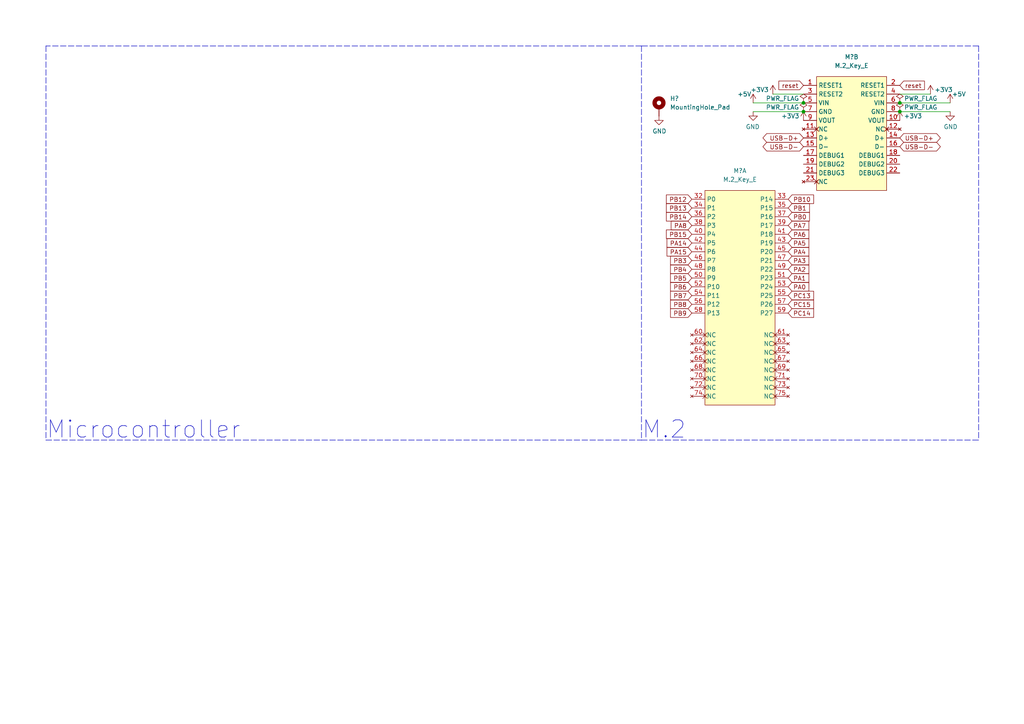
<source format=kicad_sch>
(kicad_sch (version 20211123) (generator eeschema)
  (paper "A4")
  (lib_symbols
    (symbol "M.2_Key_E_1"
      (property "Reference" "M?" (at 0 5.08 0))
      (property "Value" "M.2_Key_E_1" (at 0 2.54 0))
      (symbol "M.2_Key_E_1_1_1"
        (rectangle (start -10.16 0) (end 10.16 -62.23) (stroke (width 0.1524)) (fill (type background)))
        (pin bidirectional line (at -13.97 -2.54 0) (length 3.81) (name "P0") (number "32"))
        (pin bidirectional line (at 13.97 -2.54 180) (length 3.81) (name "P14") (number "33"))
        (pin bidirectional line (at -13.97 -5.08 0) (length 3.81) (name "P1") (number "34"))
        (pin bidirectional line (at 13.97 -5.08 180) (length 3.81) (name "P15") (number "35"))
        (pin bidirectional line (at -13.97 -7.62 0) (length 3.81) (name "P2") (number "36"))
        (pin bidirectional line (at 13.97 -7.62 180) (length 3.81) (name "P16") (number "37"))
        (pin bidirectional line (at -13.97 -10.16 0) (length 3.81) (name "P3") (number "38"))
        (pin bidirectional line (at 13.97 -10.16 180) (length 3.81) (name "P17") (number "39"))
        (pin bidirectional line (at -13.97 -12.7 0) (length 3.81) (name "P4") (number "40"))
        (pin bidirectional line (at 13.97 -12.7 180) (length 3.81) (name "P18") (number "41"))
        (pin bidirectional line (at -13.97 -15.24 0) (length 3.81) (name "P5") (number "42"))
        (pin bidirectional line (at 13.97 -15.24 180) (length 3.81) (name "P19") (number "43"))
        (pin bidirectional line (at -13.97 -17.78 0) (length 3.81) (name "P6") (number "44"))
        (pin bidirectional line (at 13.97 -17.78 180) (length 3.81) (name "P20") (number "45"))
        (pin bidirectional line (at -13.97 -20.32 0) (length 3.81) (name "P7") (number "46"))
        (pin bidirectional line (at 13.97 -20.32 180) (length 3.81) (name "P21") (number "47"))
        (pin bidirectional line (at -13.97 -22.86 0) (length 3.81) (name "P8") (number "48"))
        (pin bidirectional line (at 13.97 -22.86 180) (length 3.81) (name "P22") (number "49"))
        (pin bidirectional line (at -13.97 -25.4 0) (length 3.81) (name "P9") (number "50"))
        (pin bidirectional line (at 13.97 -25.4 180) (length 3.81) (name "P23") (number "51"))
        (pin bidirectional line (at -13.97 -27.94 0) (length 3.81) (name "P10") (number "52"))
        (pin bidirectional line (at 13.97 -27.94 180) (length 3.81) (name "P24") (number "53"))
        (pin bidirectional line (at -13.97 -30.48 0) (length 3.81) (name "P11") (number "54"))
        (pin bidirectional line (at 13.97 -30.48 180) (length 3.81) (name "P25") (number "55"))
        (pin bidirectional line (at -13.97 -33.02 0) (length 3.81) (name "P12") (number "56"))
        (pin bidirectional line (at 13.97 -33.02 180) (length 3.81) (name "P26") (number "57"))
        (pin bidirectional line (at -13.97 -35.56 0) (length 3.81) (name "P13") (number "58"))
        (pin bidirectional line (at 13.97 -35.56 180) (length 3.81) (name "P27") (number "59"))
        (pin no_connect non_logic (at -13.97 -41.91 0) (length 3.81) (name "NC") (number "60"))
        (pin no_connect non_logic (at 13.97 -41.91 180) (length 3.81) (name "NC") (number "61"))
        (pin no_connect non_logic (at -13.97 -44.45 0) (length 3.81) (name "NC") (number "62"))
        (pin no_connect non_logic (at 13.97 -44.45 180) (length 3.81) (name "NC") (number "63"))
        (pin no_connect non_logic (at -13.97 -46.99 0) (length 3.81) (name "NC") (number "64"))
        (pin no_connect non_logic (at 13.97 -46.99 180) (length 3.81) (name "NC") (number "65"))
        (pin no_connect non_logic (at -13.97 -49.53 0) (length 3.81) (name "NC") (number "66"))
        (pin no_connect non_logic (at 13.97 -49.53 180) (length 3.81) (name "NC") (number "67"))
        (pin no_connect non_logic (at -13.97 -52.07 0) (length 3.81) (name "NC") (number "68"))
        (pin no_connect non_logic (at 13.97 -52.07 180) (length 3.81) (name "NC") (number "69"))
        (pin no_connect non_logic (at -13.97 -54.61 0) (length 3.81) (name "NC") (number "70"))
        (pin no_connect non_logic (at 13.97 -54.61 180) (length 3.81) (name "NC") (number "71"))
        (pin no_connect non_logic (at -13.97 -57.15 0) (length 3.81) (name "NC") (number "72"))
        (pin no_connect non_logic (at 13.97 -57.15 180) (length 3.81) (name "NC") (number "73"))
        (pin no_connect non_logic (at -13.97 -59.69 0) (length 3.81) (name "NC") (number "74"))
        (pin no_connect non_logic (at 13.97 -59.69 180) (length 3.81) (name "NC") (number "75"))
      )
      (symbol "M.2_Key_E_1_2_1"
        (rectangle (start -10.16 0) (end 10.16 -33.02) (stroke (width 0.1524)) (fill (type background)))
        (pin input line (at -13.97 -2.54 0) (length 3.81) (name "RESET1") (number "1"))
        (pin power_out line (at 13.97 -12.7 180) (length 3.81) (name "VOUT") (number "10"))
        (pin no_connect non_logic (at -13.97 -15.24 0) (length 3.81) (name "NC") (number "11"))
        (pin no_connect non_logic (at 13.97 -15.24 180) (length 3.81) (name "NC") (number "12"))
        (pin bidirectional line (at -13.97 -17.78 0) (length 3.81) (name "D+") (number "13"))
        (pin bidirectional line (at 13.97 -17.78 180) (length 3.81) (name "D+") (number "14"))
        (pin bidirectional line (at -13.97 -20.32 0) (length 3.81) (name "D-") (number "15"))
        (pin bidirectional line (at 13.97 -20.32 180) (length 3.81) (name "D-") (number "16"))
        (pin bidirectional line (at -13.97 -22.86 0) (length 3.81) (name "DEBUG1") (number "17"))
        (pin bidirectional line (at 13.97 -22.86 180) (length 3.81) (name "DEBUG1") (number "18"))
        (pin bidirectional line (at -13.97 -25.4 0) (length 3.81) (name "DEBUG2") (number "19"))
        (pin input line (at 13.97 -2.54 180) (length 3.81) (name "RESET1") (number "2"))
        (pin bidirectional line (at 13.97 -25.4 180) (length 3.81) (name "DEBUG2") (number "20"))
        (pin bidirectional line (at -13.97 -27.94 0) (length 3.81) (name "DEBUG3") (number "21"))
        (pin bidirectional line (at 13.97 -27.94 180) (length 3.81) (name "DEBUG3") (number "22"))
        (pin no_connect non_logic (at -13.97 -30.48 0) (length 3.81) (name "NC") (number "23"))
        (pin no_connect non_logic (at 13.97 -30.48 180) (length 3.81) (name "NC") (number "24"))
        (pin output line (at -13.97 -5.08 0) (length 3.81) (name "RESET2") (number "3"))
        (pin output line (at 13.97 -5.08 180) (length 3.81) (name "RESET2") (number "4"))
        (pin power_in line (at -13.97 -7.62 0) (length 3.81) (name "VIN") (number "5"))
        (pin power_in line (at 13.97 -7.62 180) (length 3.81) (name "VIN") (number "6"))
        (pin power_in line (at -13.97 -10.16 0) (length 3.81) (name "GND") (number "7"))
        (pin power_in line (at 13.97 -10.16 180) (length 3.81) (name "GND") (number "8"))
        (pin power_out line (at -13.97 -12.7 0) (length 3.81) (name "VOUT") (number "9"))
      )
    )
    (symbol "Mechanical:MountingHole_Pad" (pin_numbers hide) (pin_names (offset 1.016) hide)
      (property "Reference" "H" (at 0 6.35 0))
      (property "Value" "MountingHole_Pad" (at 0 4.445 0))
      (symbol "MountingHole_Pad_0_1"
        (circle (center 0 1.27) (radius 1.27) (stroke (width 1.27)))
      )
      (symbol "MountingHole_Pad_1_1"
        (pin input line (at 0 -2.54 90) (length 2.54) (name "1") (number "1"))
      )
    )
    (symbol "Power:GND" (power) (pin_names (offset 0))
      (property "Value" "GND" (at 0 -3.81 0))
      (symbol "GND_0_1"
        (polyline (pts (xy 0 0) (xy 0 -1.27) (xy 1.27 -1.27) (xy 0 -2.54) (xy -1.27 -1.27) (xy 0 -1.27)))
      )
      (symbol "GND_1_1"
        (pin power_in line (at 0 0 270) (length 0) hide (name "GND") (number "1"))
      )
    )
    (symbol "m2ngff:M.2_Key_E"
      (property "Reference" "M?" (at 0 5.08 0))
      (property "Value" "M.2_Key_E" (at 0 2.54 0))
      (symbol "M.2_Key_E_1_1"
        (rectangle (start -10.16 0) (end 10.16 -62.23) (stroke (width 0.1524)) (fill (type background)))
        (pin bidirectional line (at -13.97 -2.54 0) (length 3.81) (name "P0") (number "32"))
        (pin bidirectional line (at 13.97 -2.54 180) (length 3.81) (name "P14") (number "33"))
        (pin bidirectional line (at -13.97 -5.08 0) (length 3.81) (name "P1") (number "34"))
        (pin bidirectional line (at 13.97 -5.08 180) (length 3.81) (name "P15") (number "35"))
        (pin bidirectional line (at -13.97 -7.62 0) (length 3.81) (name "P2") (number "36"))
        (pin bidirectional line (at 13.97 -7.62 180) (length 3.81) (name "P16") (number "37"))
        (pin bidirectional line (at -13.97 -10.16 0) (length 3.81) (name "P3") (number "38"))
        (pin bidirectional line (at 13.97 -10.16 180) (length 3.81) (name "P17") (number "39"))
        (pin bidirectional line (at -13.97 -12.7 0) (length 3.81) (name "P4") (number "40"))
        (pin bidirectional line (at 13.97 -12.7 180) (length 3.81) (name "P18") (number "41"))
        (pin bidirectional line (at -13.97 -15.24 0) (length 3.81) (name "P5") (number "42"))
        (pin bidirectional line (at 13.97 -15.24 180) (length 3.81) (name "P19") (number "43"))
        (pin bidirectional line (at -13.97 -17.78 0) (length 3.81) (name "P6") (number "44"))
        (pin bidirectional line (at 13.97 -17.78 180) (length 3.81) (name "P20") (number "45"))
        (pin bidirectional line (at -13.97 -20.32 0) (length 3.81) (name "P7") (number "46"))
        (pin bidirectional line (at 13.97 -20.32 180) (length 3.81) (name "P21") (number "47"))
        (pin bidirectional line (at -13.97 -22.86 0) (length 3.81) (name "P8") (number "48"))
        (pin bidirectional line (at 13.97 -22.86 180) (length 3.81) (name "P22") (number "49"))
        (pin bidirectional line (at -13.97 -25.4 0) (length 3.81) (name "P9") (number "50"))
        (pin bidirectional line (at 13.97 -25.4 180) (length 3.81) (name "P23") (number "51"))
        (pin bidirectional line (at -13.97 -27.94 0) (length 3.81) (name "P10") (number "52"))
        (pin bidirectional line (at 13.97 -27.94 180) (length 3.81) (name "P24") (number "53"))
        (pin bidirectional line (at -13.97 -30.48 0) (length 3.81) (name "P11") (number "54"))
        (pin bidirectional line (at 13.97 -30.48 180) (length 3.81) (name "P25") (number "55"))
        (pin bidirectional line (at -13.97 -33.02 0) (length 3.81) (name "P12") (number "56"))
        (pin bidirectional line (at 13.97 -33.02 180) (length 3.81) (name "P26") (number "57"))
        (pin bidirectional line (at -13.97 -35.56 0) (length 3.81) (name "P13") (number "58"))
        (pin bidirectional line (at 13.97 -35.56 180) (length 3.81) (name "P27") (number "59"))
        (pin no_connect non_logic (at -13.97 -41.91 0) (length 3.81) (name "NC") (number "60"))
        (pin no_connect non_logic (at 13.97 -41.91 180) (length 3.81) (name "NC") (number "61"))
        (pin no_connect non_logic (at -13.97 -44.45 0) (length 3.81) (name "NC") (number "62"))
        (pin no_connect non_logic (at 13.97 -44.45 180) (length 3.81) (name "NC") (number "63"))
        (pin no_connect non_logic (at -13.97 -46.99 0) (length 3.81) (name "NC") (number "64"))
        (pin no_connect non_logic (at 13.97 -46.99 180) (length 3.81) (name "NC") (number "65"))
        (pin no_connect non_logic (at -13.97 -49.53 0) (length 3.81) (name "NC") (number "66"))
        (pin no_connect non_logic (at 13.97 -49.53 180) (length 3.81) (name "NC") (number "67"))
        (pin no_connect non_logic (at -13.97 -52.07 0) (length 3.81) (name "NC") (number "68"))
        (pin no_connect non_logic (at 13.97 -52.07 180) (length 3.81) (name "NC") (number "69"))
        (pin no_connect non_logic (at -13.97 -54.61 0) (length 3.81) (name "NC") (number "70"))
        (pin no_connect non_logic (at 13.97 -54.61 180) (length 3.81) (name "NC") (number "71"))
        (pin no_connect non_logic (at -13.97 -57.15 0) (length 3.81) (name "NC") (number "72"))
        (pin no_connect non_logic (at 13.97 -57.15 180) (length 3.81) (name "NC") (number "73"))
        (pin no_connect non_logic (at -13.97 -59.69 0) (length 3.81) (name "NC") (number "74"))
        (pin no_connect non_logic (at 13.97 -59.69 180) (length 3.81) (name "NC") (number "75"))
      )
      (symbol "M.2_Key_E_2_1"
        (rectangle (start -10.16 0) (end 10.16 -33.02) (stroke (width 0.1524)) (fill (type background)))
        (pin input line (at -13.97 -2.54 0) (length 3.81) (name "RESET1") (number "1"))
        (pin power_out line (at 13.97 -12.7 180) (length 3.81) (name "VOUT") (number "10"))
        (pin no_connect non_logic (at -13.97 -15.24 0) (length 3.81) (name "NC") (number "11"))
        (pin no_connect non_logic (at 13.97 -15.24 180) (length 3.81) (name "NC") (number "12"))
        (pin bidirectional line (at -13.97 -17.78 0) (length 3.81) (name "D+") (number "13"))
        (pin bidirectional line (at 13.97 -17.78 180) (length 3.81) (name "D+") (number "14"))
        (pin bidirectional line (at -13.97 -20.32 0) (length 3.81) (name "D-") (number "15"))
        (pin bidirectional line (at 13.97 -20.32 180) (length 3.81) (name "D-") (number "16"))
        (pin bidirectional line (at -13.97 -22.86 0) (length 3.81) (name "DEBUG1") (number "17"))
        (pin bidirectional line (at 13.97 -22.86 180) (length 3.81) (name "DEBUG1") (number "18"))
        (pin bidirectional line (at -13.97 -25.4 0) (length 3.81) (name "DEBUG2") (number "19"))
        (pin input line (at 13.97 -2.54 180) (length 3.81) (name "RESET1") (number "2"))
        (pin bidirectional line (at 13.97 -25.4 180) (length 3.81) (name "DEBUG2") (number "20"))
        (pin bidirectional line (at -13.97 -27.94 0) (length 3.81) (name "DEBUG3") (number "21"))
        (pin bidirectional line (at 13.97 -27.94 180) (length 3.81) (name "DEBUG3") (number "22"))
        (pin no_connect non_logic (at -13.97 -30.48 0) (length 3.81) (name "NC") (number "23"))
        (pin output line (at -13.97 -5.08 0) (length 3.81) (name "RESET2") (number "3"))
        (pin output line (at 13.97 -5.08 180) (length 3.81) (name "RESET2") (number "4"))
        (pin power_in line (at -13.97 -7.62 0) (length 3.81) (name "VIN") (number "5"))
        (pin power_in line (at 13.97 -7.62 180) (length 3.81) (name "VIN") (number "6"))
        (pin power_in line (at -13.97 -10.16 0) (length 3.81) (name "GND") (number "7"))
        (pin power_in line (at 13.97 -10.16 180) (length 3.81) (name "GND") (number "8"))
        (pin power_out line (at -13.97 -12.7 0) (length 3.81) (name "VOUT") (number "9"))
      )
    )
    (symbol "power:+3.3V" (power) (pin_names (offset 0))
      (property "Value" "+3.3V" (at 0 3.556 0))
      (symbol "+3.3V_0_1"
        (polyline (pts (xy -0.762 1.27) (xy 0 2.54)))
        (polyline (pts (xy 0 0) (xy 0 2.54)))
        (polyline (pts (xy 0 2.54) (xy 0.762 1.27)))
      )
      (symbol "+3.3V_1_1"
        (pin power_in line (at 0 0 90) (length 0) hide (name "+3V3") (number "1"))
      )
    )
    (symbol "power:+5V" (power) (pin_names (offset 0))
      (property "Value" "+5V" (at 0 3.556 0))
      (symbol "+5V_0_1"
        (polyline (pts (xy -0.762 1.27) (xy 0 2.54)))
        (polyline (pts (xy 0 0) (xy 0 2.54)))
        (polyline (pts (xy 0 2.54) (xy 0.762 1.27)))
      )
      (symbol "+5V_1_1"
        (pin power_in line (at 0 0 90) (length 0) hide (name "+5V") (number "1"))
      )
    )
    (symbol "power:PWR_FLAG" (power) (pin_numbers hide) (pin_names (offset 0) hide)
      (property "Value" "PWR_FLAG" (at 0 3.81 0))
      (symbol "PWR_FLAG_0_0"
        (pin power_out line (at 0 0 90) (length 0) (name "pwr") (number "1"))
      )
      (symbol "PWR_FLAG_0_1"
        (polyline (pts (xy 0 0) (xy 0 1.27) (xy -1.016 1.905) (xy 0 2.54) (xy 1.016 1.905) (xy 0 1.27)))
      )
    )
  )
  (junction (at 233.045 29.845))
  (junction (at 233.045 32.385))
  (junction (at 260.985 32.385))
  (junction (at 260.985 29.845))
  (polyline (pts (xy 186.055 127.635) (xy 283.845 127.635)))
  (wire (pts (xy 218.44 29.845) (xy 233.045 29.845)))
  (wire (pts (xy 224.155 27.305) (xy 233.045 27.305)))
  (polyline (pts (xy 186.055 13.335) (xy 186.055 127.635)))
  (wire (pts (xy 275.59 32.385) (xy 260.985 32.385)))
  (wire (pts (xy 269.875 27.305) (xy 260.985 27.305)))
  (wire (pts (xy 275.59 29.845) (xy 260.985 29.845)))
  (polyline (pts (xy 186.055 13.335) (xy 13.335 13.335)))
  (polyline (pts (xy 283.845 13.335) (xy 283.845 127.635)))
  (polyline (pts (xy 283.845 13.335) (xy 186.055 13.335)))
  (polyline (pts (xy 13.335 127.635) (xy 186.055 127.635)))
  (wire (pts (xy 218.44 32.385) (xy 233.045 32.385)))
  (polyline (pts (xy 13.335 13.335) (xy 13.335 127.635)))
  (text "M.2" (at 186.055 127.635 0) (effects (font (size 5 5)) (justify left bottom)))
  (text "Microcontroller" (at 13.335 127.635 0) (effects (font (size 5 5)) (justify left bottom)))
  (global_label "PA8" (shape input) (at 200.66 65.405 180) (property "Intersheet References" "${INTERSHEET_REFS}" (effects hide)))
  (global_label "PB0" (shape input) (at 228.6 62.865 0) (property "Intersheet References" "${INTERSHEET_REFS}" (effects hide)))
  (global_label "PA1" (shape input) (at 228.6 80.645 0) (property "Intersheet References" "${INTERSHEET_REFS}" (effects hide)))
  (global_label "PB12" (shape input) (at 200.66 57.785 180) (property "Intersheet References" "${INTERSHEET_REFS}" (effects hide)))
  (global_label "PA4" (shape input) (at 228.6 73.025 0) (property "Intersheet References" "${INTERSHEET_REFS}" (effects hide)))
  (global_label "PB4" (shape input) (at 200.66 78.105 180) (property "Intersheet References" "${INTERSHEET_REFS}" (effects hide)))
  (global_label "reset" (shape input) (at 233.045 24.765 180) (property "Intersheet References" "${INTERSHEET_REFS}" (effects hide)))
  (global_label "PC15" (shape input) (at 228.6 88.265 0) (property "Intersheet References" "${INTERSHEET_REFS}" (effects hide)))
  (global_label "USB-D+" (shape bidirectional) (at 260.985 40.005 0) (property "Intersheet References" "${INTERSHEET_REFS}" (effects hide)))
  (global_label "PC13" (shape input) (at 228.6 85.725 0) (property "Intersheet References" "${INTERSHEET_REFS}" (effects hide)))
  (global_label "PC14" (shape input) (at 228.6 90.805 0) (property "Intersheet References" "${INTERSHEET_REFS}" (effects hide)))
  (global_label "PA7" (shape input) (at 228.6 65.405 0) (property "Intersheet References" "${INTERSHEET_REFS}" (effects hide)))
  (global_label "PB9" (shape input) (at 200.66 90.805 180) (property "Intersheet References" "${INTERSHEET_REFS}" (effects hide)))
  (global_label "PA5" (shape input) (at 228.6 70.485 0) (property "Intersheet References" "${INTERSHEET_REFS}" (effects hide)))
  (global_label "PB7" (shape input) (at 200.66 85.725 180) (property "Intersheet References" "${INTERSHEET_REFS}" (effects hide)))
  (global_label "PB3" (shape input) (at 200.66 75.565 180) (property "Intersheet References" "${INTERSHEET_REFS}" (effects hide)))
  (global_label "PA3" (shape input) (at 228.6 75.565 0) (property "Intersheet References" "${INTERSHEET_REFS}" (effects hide)))
  (global_label "USB-D+" (shape bidirectional) (at 233.045 40.005 180) (property "Intersheet References" "${INTERSHEET_REFS}" (effects hide)))
  (global_label "USB-D-" (shape bidirectional) (at 260.985 42.545 0) (property "Intersheet References" "${INTERSHEET_REFS}" (effects hide)))
  (global_label "PA2" (shape input) (at 228.6 78.105 0) (property "Intersheet References" "${INTERSHEET_REFS}" (effects hide)))
  (global_label "PB10" (shape input) (at 228.6 57.785 0) (property "Intersheet References" "${INTERSHEET_REFS}" (effects hide)))
  (global_label "USB-D-" (shape bidirectional) (at 233.045 42.545 180) (property "Intersheet References" "${INTERSHEET_REFS}" (effects hide)))
  (global_label "PB15" (shape input) (at 200.66 67.945 180) (property "Intersheet References" "${INTERSHEET_REFS}" (effects hide)))
  (global_label "PB6" (shape input) (at 200.66 83.185 180) (property "Intersheet References" "${INTERSHEET_REFS}" (effects hide)))
  (global_label "PA15" (shape input) (at 200.66 73.025 180) (property "Intersheet References" "${INTERSHEET_REFS}" (effects hide)))
  (global_label "PA0" (shape input) (at 228.6 83.185 0) (property "Intersheet References" "${INTERSHEET_REFS}" (effects hide)))
  (global_label "PB13" (shape input) (at 200.66 60.325 180) (property "Intersheet References" "${INTERSHEET_REFS}" (effects hide)))
  (global_label "PA6" (shape input) (at 228.6 67.945 0) (property "Intersheet References" "${INTERSHEET_REFS}" (effects hide)))
  (global_label "PB5" (shape input) (at 200.66 80.645 180) (property "Intersheet References" "${INTERSHEET_REFS}" (effects hide)))
  (global_label "PB14" (shape input) (at 200.66 62.865 180) (property "Intersheet References" "${INTERSHEET_REFS}" (effects hide)))
  (global_label "reset" (shape input) (at 260.985 24.765 0) (property "Intersheet References" "${INTERSHEET_REFS}" (effects hide)))
  (global_label "PA14" (shape input) (at 200.66 70.485 180) (property "Intersheet References" "${INTERSHEET_REFS}" (effects hide)))
  (global_label "PB8" (shape input) (at 200.66 88.265 180) (property "Intersheet References" "${INTERSHEET_REFS}" (effects hide)))
  (global_label "PB1" (shape input) (at 228.6 60.325 0) (property "Intersheet References" "${INTERSHEET_REFS}" (effects hide)))
  (symbol (lib_name "M.2_Key_E_1") (lib_id "m2ngff:M.2_Key_E") (at 214.63 55.245 0) (unit 1)
    (property "Reference" "M?" (at 214.63 49.53 0))
    (property "Value" "M.2_Key_E" (at 214.63 52.07 0))
    (property "Footprint" "m2ngff:m2-padKeyE" (effects hide))
  )
  (symbol (lib_id "power:PWR_FLAG") (at 260.985 32.385 0) (unit 1)
    (property "Reference" "#FLG?" (effects hide))
    (property "Value" "PWR_FLAG" (at 262.255 31.115 0) (effects (justify left)))
  )
  (symbol (lib_id "power:PWR_FLAG") (at 233.045 29.845 0) (mirror y) (unit 1)
    (property "Reference" "#FLG?" (effects hide))
    (property "Value" "PWR_FLAG" (at 231.775 28.575 0) (effects (justify left)))
  )
  (symbol (lib_id "power:+5V") (at 218.44 29.845 0) (mirror y) (unit 1)
    (property "Reference" "#PWR?" (effects hide))
    (property "Value" "+5V" (at 215.9 27.305 0))
  )
  (symbol (lib_id "power:+3.3V") (at 260.985 34.925 0) (unit 1)
    (property "Reference" "#PWR?" (effects hide))
    (property "Value" "+3.3V" (at 264.795 33.655 0))
  )
  (symbol (lib_id "power:+3.3V") (at 233.045 34.925 0) (mirror y) (unit 1)
    (property "Reference" "#PWR?" (effects hide))
    (property "Value" "+3.3V" (at 229.235 33.655 0))
  )
  (symbol (lib_id "Mechanical:MountingHole_Pad") (at 191.135 31.115 0) (unit 1)
    (property "Reference" "H?" (at 194.31 28.5749 0) (effects (justify left)))
    (property "Value" "MountingHole_Pad" (at 194.31 31.1149 0) (effects (justify left)))
    (property "Footprint" "MountingHole:MountingHole_2.2mm_M2_ISO7380_Pad" (effects hide))
  )
  (symbol (lib_id "power:+3.3V") (at 269.875 27.305 0) (unit 1)
    (property "Reference" "#PWR?" (effects hide))
    (property "Value" "+3.3V" (at 273.685 26.035 0))
  )
  (symbol (lib_id "power:PWR_FLAG") (at 260.985 29.845 0) (unit 1)
    (property "Reference" "#FLG?" (effects hide))
    (property "Value" "PWR_FLAG" (at 262.255 28.575 0) (effects (justify left)))
  )
  (symbol (lib_id "Power:GND") (at 218.44 32.385 0) (mirror y) (unit 1)
    (property "Reference" "#PWR?" (effects hide))
    (property "Value" "GND" (at 218.313 36.7792 0))
  )
  (symbol (lib_id "Power:GND") (at 275.59 32.385 0) (unit 1)
    (property "Reference" "#PWR?" (effects hide))
    (property "Value" "GND" (at 275.717 36.7792 0))
  )
  (symbol (lib_id "power:PWR_FLAG") (at 233.045 32.385 0) (mirror y) (unit 1)
    (property "Reference" "#FLG?" (effects hide))
    (property "Value" "PWR_FLAG" (at 231.775 31.115 0) (effects (justify left)))
  )
  (symbol (lib_id "power:+5V") (at 275.59 29.845 0) (unit 1)
    (property "Reference" "#PWR?" (effects hide))
    (property "Value" "+5V" (at 278.13 27.305 0))
  )
  (symbol (lib_id "Power:GND") (at 191.135 33.655 0) (unit 1)
    (property "Reference" "#PWR?" (effects hide))
    (property "Value" "GND" (at 191.262 38.0492 0))
  )
  (symbol (lib_id "m2ngff:M.2_Key_E") (at 247.015 22.225 0) (unit 2)
    (property "Reference" "M?" (at 247.015 16.51 0))
    (property "Value" "M.2_Key_E" (at 247.015 19.05 0))
    (property "Footprint" "m2ngff:m2-padKeyE" (effects hide))
  )
  (symbol (lib_id "power:+3.3V") (at 224.155 27.305 0) (mirror y) (unit 1)
    (property "Reference" "#PWR?" (effects hide))
    (property "Value" "+3.3V" (at 220.345 26.035 0))
  )
)
</source>
